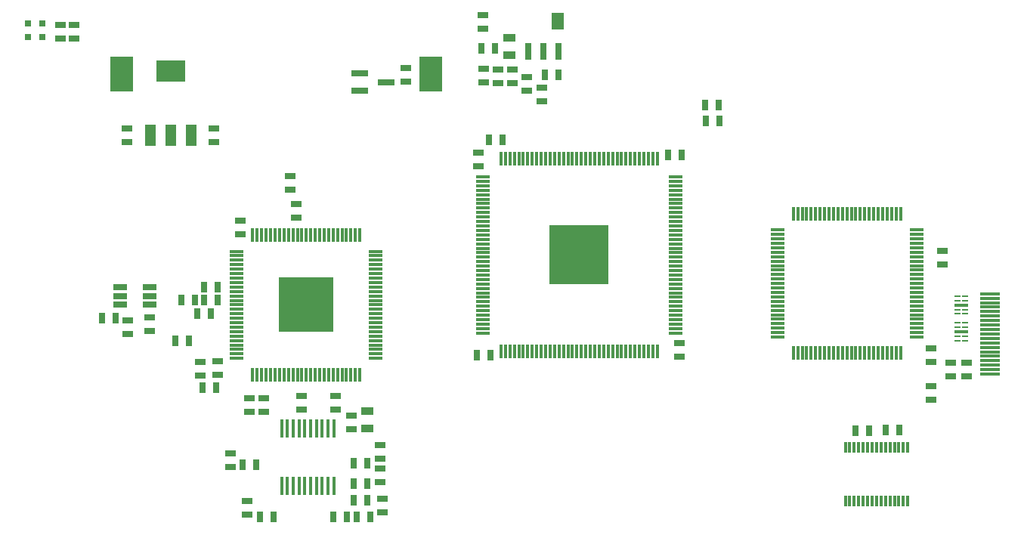
<source format=gbr>
G04 #@! TF.GenerationSoftware,KiCad,Pcbnew,7.0.5+dfsg-2*
G04 #@! TF.CreationDate,2023-07-13T13:36:20+03:00*
G04 #@! TF.ProjectId,ossc_board,6f737363-5f62-46f6-9172-642e6b696361,rev?*
G04 #@! TF.SameCoordinates,Original*
G04 #@! TF.FileFunction,Paste,Top*
G04 #@! TF.FilePolarity,Positive*
%FSLAX46Y46*%
G04 Gerber Fmt 4.6, Leading zero omitted, Abs format (unit mm)*
G04 Created by KiCad (PCBNEW 7.0.5+dfsg-2) date 2023-07-13 13:36:20*
%MOMM*%
%LPD*%
G01*
G04 APERTURE LIST*
%ADD10R,0.635000X1.143000*%
%ADD11R,1.143000X0.635000*%
%ADD12R,1.397000X0.889000*%
%ADD13R,0.700000X1.900000*%
%ADD14R,1.400000X1.900000*%
%ADD15R,0.300000X1.600000*%
%ADD16R,1.600000X0.300000*%
%ADD17R,6.200000X6.200000*%
%ADD18R,6.700000X6.700000*%
%ADD19R,2.500000X4.000000*%
%ADD20R,1.560000X0.650000*%
%ADD21R,0.400000X2.000000*%
%ADD22R,1.200000X2.400000*%
%ADD23R,3.300000X2.400000*%
%ADD24R,0.797560X0.797560*%
%ADD25R,1.900000X0.800000*%
%ADD26R,2.200000X0.300000*%
%ADD27R,0.300000X1.200000*%
%ADD28R,0.700000X0.200000*%
%ADD29R,1.600000X0.400000*%
G04 APERTURE END LIST*
D10*
X39634500Y-68172700D03*
X41158500Y-68172700D03*
X51280400Y-74066000D03*
X49756400Y-74066000D03*
X53604500Y-72224000D03*
X52080500Y-72224000D03*
X53579100Y-70357100D03*
X52055100Y-70357100D03*
X53579100Y-68058400D03*
X52055100Y-68058400D03*
D11*
X40358400Y-62267200D03*
X40358400Y-60743200D03*
D10*
X41539000Y-74066000D03*
X43063000Y-74066000D03*
D11*
X34872000Y-58177800D03*
X34872000Y-56653800D03*
D10*
X32078000Y-54317000D03*
X33602000Y-54317000D03*
X36039000Y-51283000D03*
X34515000Y-51283000D03*
X32766000Y-49779000D03*
X34290000Y-49779000D03*
X36824000Y-48265000D03*
X35300000Y-48265000D03*
D11*
X26705900Y-52018300D03*
X26705900Y-53542300D03*
X26645000Y-32075000D03*
X26645000Y-30551000D03*
X66000000Y-34762000D03*
X66000000Y-33238000D03*
D10*
X68762000Y-31800000D03*
X67238000Y-31800000D03*
X67362000Y-55900000D03*
X65838000Y-55900000D03*
D11*
X66520400Y-17868000D03*
X66520400Y-19392000D03*
D10*
X92974500Y-27888300D03*
X91450500Y-27888300D03*
X87259000Y-33498000D03*
X88783000Y-33498000D03*
D11*
X88500000Y-54538000D03*
X88500000Y-56062000D03*
X118040000Y-44248000D03*
X118040000Y-45772000D03*
X36405000Y-32080000D03*
X36405000Y-30556000D03*
D12*
X69494000Y-20408500D03*
X69494000Y-22313500D03*
D13*
X74964100Y-21860500D03*
X73264100Y-21860500D03*
D14*
X74944100Y-18510500D03*
D13*
X71564100Y-21860500D03*
D11*
X38262900Y-68477500D03*
X38262900Y-66953500D03*
D10*
X52410700Y-74078200D03*
X53934700Y-74078200D03*
D11*
X55280900Y-72008100D03*
X55280900Y-73532100D03*
X55001500Y-70128500D03*
X55001500Y-68604500D03*
X54997000Y-67547000D03*
X54997000Y-66023000D03*
X40104000Y-73777000D03*
X40104000Y-72253000D03*
D10*
X35301000Y-49779000D03*
X36825000Y-49779000D03*
X25397800Y-51764300D03*
X23873800Y-51764300D03*
D11*
X39370000Y-40894000D03*
X39370000Y-42418000D03*
X44931000Y-37368000D03*
X44931000Y-35844000D03*
X45616200Y-39013500D03*
X45616200Y-40537500D03*
D10*
X91463200Y-29666300D03*
X92987200Y-29666300D03*
D11*
X116693000Y-55199000D03*
X116693000Y-56723000D03*
X66609300Y-25399100D03*
X66609300Y-23875100D03*
X68222200Y-25411800D03*
X68222200Y-23887800D03*
X69835100Y-25411800D03*
X69835100Y-23887800D03*
X71448000Y-26288100D03*
X71448000Y-24764100D03*
X73086300Y-27520000D03*
X73086300Y-25996000D03*
D10*
X73467300Y-24548200D03*
X74991300Y-24548200D03*
X67866600Y-21551000D03*
X66342600Y-21551000D03*
D11*
X19159000Y-18929000D03*
X19159000Y-20453000D03*
X20709000Y-18925000D03*
X20709000Y-20449000D03*
D15*
X40736000Y-58092000D03*
X41236000Y-58092000D03*
X41736000Y-58092000D03*
X42236000Y-58092000D03*
X42736000Y-58092000D03*
X43236000Y-58092000D03*
X43736000Y-58092000D03*
X44236000Y-58092000D03*
X44736000Y-58092000D03*
X45236000Y-58092000D03*
X45736000Y-58092000D03*
X46236000Y-58092000D03*
X46736000Y-58092000D03*
X47236000Y-58092000D03*
X47736000Y-58092000D03*
X48236000Y-58092000D03*
X48736000Y-58092000D03*
X49236000Y-58092000D03*
X49736000Y-58092000D03*
X50236000Y-58092000D03*
X50736000Y-58092000D03*
X51236000Y-58092000D03*
X51736000Y-58092000D03*
X52236000Y-58092000D03*
X52736000Y-58092000D03*
D16*
X54536000Y-56292000D03*
X54536000Y-55792000D03*
X54536000Y-55292000D03*
X54536000Y-54792000D03*
X54536000Y-54292000D03*
X54536000Y-53792000D03*
X54536000Y-53292000D03*
X54536000Y-52792000D03*
X54536000Y-52292000D03*
X54536000Y-51792000D03*
X54536000Y-51292000D03*
X54536000Y-50792000D03*
X54536000Y-50292000D03*
X54536000Y-49792000D03*
X54536000Y-49292000D03*
D17*
X46736000Y-50292000D03*
D16*
X54536000Y-48792000D03*
X54536000Y-48292000D03*
X54536000Y-47792000D03*
X54536000Y-47292000D03*
X54536000Y-46792000D03*
X54536000Y-46292000D03*
X54536000Y-45792000D03*
X54536000Y-45292000D03*
X54536000Y-44792000D03*
X54536000Y-44292000D03*
D15*
X52736000Y-42492000D03*
X52236000Y-42492000D03*
X51736000Y-42492000D03*
X51236000Y-42492000D03*
X50736000Y-42492000D03*
X50236000Y-42492000D03*
X49736000Y-42492000D03*
X49236000Y-42492000D03*
X48736000Y-42492000D03*
X48236000Y-42492000D03*
X47736000Y-42492000D03*
X47236000Y-42492000D03*
X46736000Y-42492000D03*
X46236000Y-42492000D03*
X45736000Y-42492000D03*
X45236000Y-42492000D03*
X44736000Y-42492000D03*
X44236000Y-42492000D03*
X43736000Y-42492000D03*
X43236000Y-42492000D03*
X42736000Y-42492000D03*
X42236000Y-42492000D03*
X41736000Y-42492000D03*
X41236000Y-42492000D03*
X40736000Y-42492000D03*
D16*
X38936000Y-44292000D03*
X38936000Y-44792000D03*
X38936000Y-45292000D03*
X38936000Y-45792000D03*
X38936000Y-46292000D03*
X38936000Y-46792000D03*
X38936000Y-47292000D03*
X38936000Y-47792000D03*
X38936000Y-48292000D03*
X38936000Y-48792000D03*
X38936000Y-49292000D03*
X38936000Y-49792000D03*
X38936000Y-50292000D03*
X38936000Y-50792000D03*
X38936000Y-51292000D03*
X38936000Y-51792000D03*
X38936000Y-52292000D03*
X38936000Y-52792000D03*
X38936000Y-53292000D03*
X38936000Y-53792000D03*
X38936000Y-54292000D03*
X38936000Y-54792000D03*
X38936000Y-55292000D03*
X38936000Y-55792000D03*
X38936000Y-56292000D03*
D15*
X86050000Y-33900000D03*
X85550000Y-33900000D03*
X85050000Y-33900000D03*
X84550000Y-33900000D03*
X84050000Y-33900000D03*
X83550000Y-33900000D03*
X83050000Y-33900000D03*
X82550000Y-33900000D03*
X82050000Y-33900000D03*
X81550000Y-33900000D03*
X81050000Y-33900000D03*
X80550000Y-33900000D03*
X80050000Y-33900000D03*
X79550000Y-33900000D03*
X79050000Y-33900000D03*
X78550000Y-33900000D03*
X78050000Y-33900000D03*
X77550000Y-33900000D03*
X77050000Y-33900000D03*
X76550000Y-33900000D03*
X76050000Y-33900000D03*
X75550000Y-33900000D03*
X75050000Y-33900000D03*
X74550000Y-33900000D03*
X74050000Y-33900000D03*
X73550000Y-33900000D03*
X73050000Y-33900000D03*
X72550000Y-33900000D03*
X72050000Y-33900000D03*
X71550000Y-33900000D03*
X71050000Y-33900000D03*
X70550000Y-33900000D03*
X70050000Y-33900000D03*
X69550000Y-33900000D03*
X69050000Y-33900000D03*
X68550000Y-33900000D03*
D16*
X66500000Y-35950000D03*
X66500000Y-36450000D03*
X66500000Y-36950000D03*
X66500000Y-37450000D03*
X66500000Y-37950000D03*
D18*
X77300000Y-44700000D03*
D16*
X66500000Y-38450000D03*
X66500000Y-38950000D03*
X66500000Y-39450000D03*
X66500000Y-39950000D03*
X66500000Y-40450000D03*
X66500000Y-40950000D03*
X66500000Y-41450000D03*
X66500000Y-41950000D03*
X66500000Y-42450000D03*
X66500000Y-42950000D03*
X66500000Y-43450000D03*
X66500000Y-43950000D03*
X66500000Y-44450000D03*
X66500000Y-44950000D03*
X66500000Y-45450000D03*
X66500000Y-45950000D03*
X66500000Y-46450000D03*
X66500000Y-46950000D03*
X66500000Y-47450000D03*
X66500000Y-47950000D03*
X66500000Y-48450000D03*
X66500000Y-48950000D03*
X66500000Y-49450000D03*
X66500000Y-49950000D03*
X66500000Y-50450000D03*
X66500000Y-50950000D03*
X66500000Y-51450000D03*
X66500000Y-51950000D03*
X66500000Y-52450000D03*
X66500000Y-52950000D03*
X66500000Y-53450000D03*
D15*
X68550000Y-55500000D03*
X69050000Y-55500000D03*
X69550000Y-55500000D03*
X70050000Y-55500000D03*
X70550000Y-55500000D03*
X71050000Y-55500000D03*
X71550000Y-55500000D03*
X72050000Y-55500000D03*
X72550000Y-55500000D03*
X73050000Y-55500000D03*
X73550000Y-55500000D03*
X74050000Y-55500000D03*
X74550000Y-55500000D03*
X75050000Y-55500000D03*
X75550000Y-55500000D03*
X76050000Y-55500000D03*
X76550000Y-55500000D03*
X77050000Y-55500000D03*
X77550000Y-55500000D03*
X78050000Y-55500000D03*
X78550000Y-55500000D03*
X79050000Y-55500000D03*
X79550000Y-55500000D03*
X80050000Y-55500000D03*
X80550000Y-55500000D03*
X81050000Y-55500000D03*
X81550000Y-55500000D03*
X82050000Y-55500000D03*
X82550000Y-55500000D03*
X83050000Y-55500000D03*
X83550000Y-55500000D03*
X84050000Y-55500000D03*
X84550000Y-55500000D03*
X85050000Y-55500000D03*
X85550000Y-55500000D03*
X86050000Y-55500000D03*
D16*
X88100000Y-53450000D03*
X88100000Y-52950000D03*
X88100000Y-52450000D03*
X88100000Y-51950000D03*
X88100000Y-51450000D03*
X88100000Y-50950000D03*
X88100000Y-50450000D03*
X88100000Y-49950000D03*
X88100000Y-49450000D03*
X88100000Y-48950000D03*
X88100000Y-48450000D03*
X88100000Y-47950000D03*
X88100000Y-47450000D03*
X88100000Y-46950000D03*
X88100000Y-46450000D03*
X88100000Y-45950000D03*
X88100000Y-45450000D03*
X88100000Y-44950000D03*
X88100000Y-44450000D03*
X88100000Y-43950000D03*
X88100000Y-43450000D03*
X88100000Y-42950000D03*
X88100000Y-42450000D03*
X88100000Y-41950000D03*
X88100000Y-41450000D03*
X88100000Y-40950000D03*
X88100000Y-40450000D03*
X88100000Y-39950000D03*
X88100000Y-39450000D03*
X88100000Y-38950000D03*
X88100000Y-38450000D03*
X88100000Y-37950000D03*
X88100000Y-37450000D03*
X88100000Y-36950000D03*
X88100000Y-36450000D03*
X88100000Y-35950000D03*
D15*
X101300000Y-55700000D03*
X101800000Y-55700000D03*
X102300000Y-55700000D03*
X102800000Y-55700000D03*
X103300000Y-55700000D03*
X103800000Y-55700000D03*
X104300000Y-55700000D03*
X104800000Y-55700000D03*
X105300000Y-55700000D03*
X105800000Y-55700000D03*
X106300000Y-55700000D03*
X106800000Y-55700000D03*
X107300000Y-55700000D03*
X107800000Y-55700000D03*
X108300000Y-55700000D03*
X108800000Y-55700000D03*
X109300000Y-55700000D03*
X109800000Y-55700000D03*
X110300000Y-55700000D03*
X110800000Y-55700000D03*
X111300000Y-55700000D03*
X111800000Y-55700000D03*
X112300000Y-55700000D03*
X112800000Y-55700000D03*
X113300000Y-55700000D03*
D16*
X115100000Y-53900000D03*
X115100000Y-53400000D03*
X115100000Y-52900000D03*
X115100000Y-52400000D03*
X115100000Y-51900000D03*
X115100000Y-51400000D03*
X115100000Y-50900000D03*
X115100000Y-50400000D03*
X115100000Y-49900000D03*
X115100000Y-49400000D03*
X115100000Y-48900000D03*
X115100000Y-48400000D03*
X115100000Y-47900000D03*
X115100000Y-47400000D03*
X115100000Y-46900000D03*
X115100000Y-46400000D03*
X115100000Y-45900000D03*
X115100000Y-45400000D03*
X115100000Y-44900000D03*
X115100000Y-44400000D03*
X115100000Y-43900000D03*
X115100000Y-43400000D03*
X115100000Y-42900000D03*
X115100000Y-42400000D03*
X115100000Y-41900000D03*
D15*
X113300000Y-40100000D03*
X112800000Y-40100000D03*
X112300000Y-40100000D03*
X111800000Y-40100000D03*
X111300000Y-40100000D03*
X110800000Y-40100000D03*
X110300000Y-40100000D03*
X109800000Y-40100000D03*
X109300000Y-40100000D03*
X108800000Y-40100000D03*
X108300000Y-40100000D03*
X107800000Y-40100000D03*
X107300000Y-40100000D03*
X106800000Y-40100000D03*
X106300000Y-40100000D03*
X105800000Y-40100000D03*
X105300000Y-40100000D03*
X104800000Y-40100000D03*
X104300000Y-40100000D03*
X103800000Y-40100000D03*
X103300000Y-40100000D03*
X102800000Y-40100000D03*
X102300000Y-40100000D03*
X101800000Y-40100000D03*
X101300000Y-40100000D03*
D16*
X99500000Y-41900000D03*
X99500000Y-42400000D03*
X99500000Y-42900000D03*
X99500000Y-43400000D03*
X99500000Y-43900000D03*
X99500000Y-44400000D03*
X99500000Y-44900000D03*
X99500000Y-45400000D03*
X99500000Y-45900000D03*
X99500000Y-46400000D03*
X99500000Y-46900000D03*
X99500000Y-47400000D03*
X99500000Y-47900000D03*
X99500000Y-48400000D03*
X99500000Y-48900000D03*
X99500000Y-49400000D03*
X99500000Y-49900000D03*
X99500000Y-50400000D03*
X99500000Y-50900000D03*
X99500000Y-51400000D03*
X99500000Y-51900000D03*
X99500000Y-52400000D03*
X99500000Y-52900000D03*
X99500000Y-53400000D03*
X99500000Y-53900000D03*
D11*
X57912000Y-23754000D03*
X57912000Y-25278000D03*
D10*
X35138700Y-59536700D03*
X36662700Y-59536700D03*
D19*
X60676200Y-24406600D03*
X26076200Y-24406600D03*
D11*
X46225800Y-62013200D03*
X46225800Y-60489200D03*
X49985000Y-61987800D03*
X49985000Y-60463800D03*
X41958600Y-62267200D03*
X41958600Y-60743200D03*
X36827800Y-56628400D03*
X36827800Y-58152400D03*
X51763000Y-64252000D03*
X51763000Y-62728000D03*
X29144300Y-51713500D03*
X29144300Y-53237500D03*
D20*
X25843300Y-48337800D03*
X25843300Y-49287800D03*
X25843300Y-50237800D03*
X29143300Y-50237800D03*
X29143300Y-49287800D03*
X29143300Y-48337800D03*
D12*
X53538000Y-64107500D03*
X53538000Y-62202500D03*
D21*
X43963000Y-70544000D03*
X44613000Y-70544000D03*
X45263000Y-70544000D03*
X45913000Y-70544000D03*
X46563000Y-70544000D03*
X47213000Y-70544000D03*
X47863000Y-70544000D03*
X48513000Y-70544000D03*
X49163000Y-70544000D03*
X49813000Y-70544000D03*
X49813000Y-64104000D03*
X49163000Y-64104000D03*
X48513000Y-64104000D03*
X47863000Y-64104000D03*
X47213000Y-64104000D03*
X46563000Y-64104000D03*
X45913000Y-64104000D03*
X45263000Y-64104000D03*
X44613000Y-64104000D03*
X43963000Y-64104000D03*
D22*
X29277000Y-31256000D03*
D23*
X31577000Y-24056000D03*
D22*
X31577000Y-31256000D03*
X33877000Y-31256000D03*
D24*
X17179000Y-20294300D03*
X17179000Y-18795700D03*
X15549000Y-20294300D03*
X15549000Y-18795700D03*
D25*
X52693000Y-24379000D03*
X52693000Y-26279000D03*
X55693000Y-25329000D03*
D11*
X116690000Y-60902000D03*
X116690000Y-59378000D03*
X120690000Y-58262000D03*
X120690000Y-56738000D03*
X118930000Y-58262000D03*
X118930000Y-56738000D03*
D10*
X111648000Y-64350000D03*
X113172000Y-64350000D03*
X109797000Y-64359000D03*
X108273000Y-64359000D03*
D26*
X123300000Y-49050000D03*
X123300000Y-49550000D03*
X123300000Y-50050000D03*
X123300000Y-50550000D03*
X123300000Y-51050000D03*
X123300000Y-51550000D03*
X123300000Y-52050000D03*
X123300000Y-52550000D03*
X123300000Y-53050000D03*
X123300000Y-53550000D03*
X123300000Y-54050000D03*
X123300000Y-54550000D03*
X123300000Y-55050000D03*
X123300000Y-55550000D03*
X123300000Y-56050000D03*
X123300000Y-56550000D03*
X123300000Y-57050000D03*
X123300000Y-57550000D03*
X123300000Y-58050000D03*
D27*
X114122000Y-66230000D03*
X113622000Y-66230000D03*
X113122000Y-66230000D03*
X112622000Y-66230000D03*
X112122000Y-66230000D03*
X111622000Y-66230000D03*
X111122000Y-66230000D03*
X110622000Y-66230000D03*
X110122000Y-66230000D03*
X109622000Y-66230000D03*
X109122000Y-66230000D03*
X108622000Y-66230000D03*
X108122000Y-66230000D03*
X107622000Y-66230000D03*
X107122000Y-66230000D03*
X107122000Y-72230000D03*
X107622000Y-72230000D03*
X108122000Y-72230000D03*
X108622000Y-72230000D03*
X109122000Y-72230000D03*
X109622000Y-72230000D03*
X110122000Y-72230000D03*
X110622000Y-72230000D03*
X111122000Y-72230000D03*
X111622000Y-72230000D03*
X112122000Y-72230000D03*
X112622000Y-72230000D03*
X113122000Y-72230000D03*
X113622000Y-72230000D03*
X114122000Y-72230000D03*
D28*
X119670300Y-49310000D03*
X119670300Y-49810000D03*
D29*
X120120000Y-50310000D03*
D28*
X119670300Y-50810000D03*
X119670300Y-51310000D03*
X120569700Y-51310000D03*
X120569700Y-50810000D03*
D29*
X120120000Y-50310000D03*
D28*
X120569700Y-49810000D03*
X120569700Y-49310000D03*
X119670300Y-52310000D03*
X119670300Y-52810000D03*
D29*
X120120000Y-53310000D03*
D28*
X119670300Y-53810000D03*
X119670300Y-54310000D03*
X120569700Y-54310000D03*
X120569700Y-53810000D03*
D29*
X120120000Y-53310000D03*
D28*
X120569700Y-52810000D03*
X120569700Y-52310000D03*
M02*

</source>
